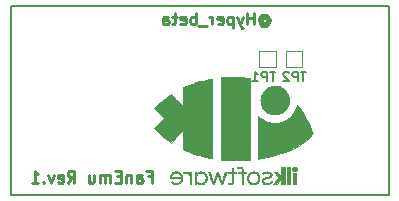
<source format=gbo>
G04 #@! TF.GenerationSoftware,KiCad,Pcbnew,(5.0.0-dirty)*
G04 #@! TF.CreationDate,2020-09-03T12:08:13+09:00*
G04 #@! TF.ProjectId,fake-fan-mk2,66616B652D66616E2D6D6B322E6B6963,rev?*
G04 #@! TF.SameCoordinates,Original*
G04 #@! TF.FileFunction,Legend,Bot*
G04 #@! TF.FilePolarity,Positive*
%FSLAX46Y46*%
G04 Gerber Fmt 4.6, Leading zero omitted, Abs format (unit mm)*
G04 Created by KiCad (PCBNEW (5.0.0-dirty)) date 09/03/20 12:08:13*
%MOMM*%
%LPD*%
G01*
G04 APERTURE LIST*
%ADD10C,0.250000*%
%ADD11C,0.200000*%
%ADD12C,0.010000*%
%ADD13C,0.120000*%
%ADD14C,0.150000*%
G04 APERTURE END LIST*
D10*
X35280952Y-15076190D02*
X35328571Y-15028571D01*
X35423809Y-14980952D01*
X35519047Y-14980952D01*
X35614285Y-15028571D01*
X35661904Y-15076190D01*
X35709523Y-15171428D01*
X35709523Y-15266666D01*
X35661904Y-15361904D01*
X35614285Y-15409523D01*
X35519047Y-15457142D01*
X35423809Y-15457142D01*
X35328571Y-15409523D01*
X35280952Y-15361904D01*
X35280952Y-14980952D02*
X35280952Y-15361904D01*
X35233333Y-15409523D01*
X35185714Y-15409523D01*
X35090476Y-15361904D01*
X35042857Y-15266666D01*
X35042857Y-15028571D01*
X35138095Y-14885714D01*
X35280952Y-14790476D01*
X35471428Y-14742857D01*
X35661904Y-14790476D01*
X35804761Y-14885714D01*
X35900000Y-15028571D01*
X35947619Y-15219047D01*
X35900000Y-15409523D01*
X35804761Y-15552380D01*
X35661904Y-15647619D01*
X35471428Y-15695238D01*
X35280952Y-15647619D01*
X35138095Y-15552380D01*
X34614285Y-15552380D02*
X34614285Y-14552380D01*
X34614285Y-15028571D02*
X34042857Y-15028571D01*
X34042857Y-15552380D02*
X34042857Y-14552380D01*
X33661904Y-14885714D02*
X33423809Y-15552380D01*
X33185714Y-14885714D02*
X33423809Y-15552380D01*
X33519047Y-15790476D01*
X33566666Y-15838095D01*
X33661904Y-15885714D01*
X32804761Y-14885714D02*
X32804761Y-15885714D01*
X32804761Y-14933333D02*
X32709523Y-14885714D01*
X32519047Y-14885714D01*
X32423809Y-14933333D01*
X32376190Y-14980952D01*
X32328571Y-15076190D01*
X32328571Y-15361904D01*
X32376190Y-15457142D01*
X32423809Y-15504761D01*
X32519047Y-15552380D01*
X32709523Y-15552380D01*
X32804761Y-15504761D01*
X31519047Y-15504761D02*
X31614285Y-15552380D01*
X31804761Y-15552380D01*
X31900000Y-15504761D01*
X31947619Y-15409523D01*
X31947619Y-15028571D01*
X31900000Y-14933333D01*
X31804761Y-14885714D01*
X31614285Y-14885714D01*
X31519047Y-14933333D01*
X31471428Y-15028571D01*
X31471428Y-15123809D01*
X31947619Y-15219047D01*
X31042857Y-15552380D02*
X31042857Y-14885714D01*
X31042857Y-15076190D02*
X30995238Y-14980952D01*
X30947619Y-14933333D01*
X30852380Y-14885714D01*
X30757142Y-14885714D01*
X30661904Y-15647619D02*
X29900000Y-15647619D01*
X29661904Y-15552380D02*
X29661904Y-14552380D01*
X29661904Y-14933333D02*
X29566666Y-14885714D01*
X29376190Y-14885714D01*
X29280952Y-14933333D01*
X29233333Y-14980952D01*
X29185714Y-15076190D01*
X29185714Y-15361904D01*
X29233333Y-15457142D01*
X29280952Y-15504761D01*
X29376190Y-15552380D01*
X29566666Y-15552380D01*
X29661904Y-15504761D01*
X28376190Y-15504761D02*
X28471428Y-15552380D01*
X28661904Y-15552380D01*
X28757142Y-15504761D01*
X28804761Y-15409523D01*
X28804761Y-15028571D01*
X28757142Y-14933333D01*
X28661904Y-14885714D01*
X28471428Y-14885714D01*
X28376190Y-14933333D01*
X28328571Y-15028571D01*
X28328571Y-15123809D01*
X28804761Y-15219047D01*
X28042857Y-14885714D02*
X27661904Y-14885714D01*
X27900000Y-14552380D02*
X27900000Y-15409523D01*
X27852380Y-15504761D01*
X27757142Y-15552380D01*
X27661904Y-15552380D01*
X26900000Y-15552380D02*
X26900000Y-15028571D01*
X26947619Y-14933333D01*
X27042857Y-14885714D01*
X27233333Y-14885714D01*
X27328571Y-14933333D01*
X26900000Y-15504761D02*
X26995238Y-15552380D01*
X27233333Y-15552380D01*
X27328571Y-15504761D01*
X27376190Y-15409523D01*
X27376190Y-15314285D01*
X27328571Y-15219047D01*
X27233333Y-15171428D01*
X26995238Y-15171428D01*
X26900000Y-15123809D01*
X25638095Y-28428571D02*
X25971428Y-28428571D01*
X25971428Y-28952380D02*
X25971428Y-27952380D01*
X25495238Y-27952380D01*
X24685714Y-28952380D02*
X24685714Y-28428571D01*
X24733333Y-28333333D01*
X24828571Y-28285714D01*
X25019047Y-28285714D01*
X25114285Y-28333333D01*
X24685714Y-28904761D02*
X24780952Y-28952380D01*
X25019047Y-28952380D01*
X25114285Y-28904761D01*
X25161904Y-28809523D01*
X25161904Y-28714285D01*
X25114285Y-28619047D01*
X25019047Y-28571428D01*
X24780952Y-28571428D01*
X24685714Y-28523809D01*
X24209523Y-28285714D02*
X24209523Y-28952380D01*
X24209523Y-28380952D02*
X24161904Y-28333333D01*
X24066666Y-28285714D01*
X23923809Y-28285714D01*
X23828571Y-28333333D01*
X23780952Y-28428571D01*
X23780952Y-28952380D01*
X23304761Y-28428571D02*
X22971428Y-28428571D01*
X22828571Y-28952380D02*
X23304761Y-28952380D01*
X23304761Y-27952380D01*
X22828571Y-27952380D01*
X22400000Y-28952380D02*
X22400000Y-28285714D01*
X22400000Y-28380952D02*
X22352380Y-28333333D01*
X22257142Y-28285714D01*
X22114285Y-28285714D01*
X22019047Y-28333333D01*
X21971428Y-28428571D01*
X21971428Y-28952380D01*
X21971428Y-28428571D02*
X21923809Y-28333333D01*
X21828571Y-28285714D01*
X21685714Y-28285714D01*
X21590476Y-28333333D01*
X21542857Y-28428571D01*
X21542857Y-28952380D01*
X20638095Y-28285714D02*
X20638095Y-28952380D01*
X21066666Y-28285714D02*
X21066666Y-28809523D01*
X21019047Y-28904761D01*
X20923809Y-28952380D01*
X20780952Y-28952380D01*
X20685714Y-28904761D01*
X20638095Y-28857142D01*
X18828571Y-28952380D02*
X19161904Y-28476190D01*
X19400000Y-28952380D02*
X19400000Y-27952380D01*
X19019047Y-27952380D01*
X18923809Y-28000000D01*
X18876190Y-28047619D01*
X18828571Y-28142857D01*
X18828571Y-28285714D01*
X18876190Y-28380952D01*
X18923809Y-28428571D01*
X19019047Y-28476190D01*
X19400000Y-28476190D01*
X18019047Y-28904761D02*
X18114285Y-28952380D01*
X18304761Y-28952380D01*
X18400000Y-28904761D01*
X18447619Y-28809523D01*
X18447619Y-28428571D01*
X18400000Y-28333333D01*
X18304761Y-28285714D01*
X18114285Y-28285714D01*
X18019047Y-28333333D01*
X17971428Y-28428571D01*
X17971428Y-28523809D01*
X18447619Y-28619047D01*
X17638095Y-28285714D02*
X17400000Y-28952380D01*
X17161904Y-28285714D01*
X16780952Y-28857142D02*
X16733333Y-28904761D01*
X16780952Y-28952380D01*
X16828571Y-28904761D01*
X16780952Y-28857142D01*
X16780952Y-28952380D01*
X15780952Y-28952380D02*
X16352380Y-28952380D01*
X16066666Y-28952380D02*
X16066666Y-27952380D01*
X16161904Y-28095238D01*
X16257142Y-28190476D01*
X16352380Y-28238095D01*
D11*
X14000000Y-30000000D02*
X14000000Y-14000000D01*
X46000000Y-30000000D02*
X14000000Y-30000000D01*
X46000000Y-14000000D02*
X46000000Y-30000000D01*
X14000000Y-14000000D02*
X46000000Y-14000000D01*
D12*
G04 #@! TO.C,G\002A\002A\002A*
G36*
X35622364Y-28008425D02*
X35579163Y-28010427D01*
X35545262Y-28014180D01*
X35516864Y-28020023D01*
X35505100Y-28023353D01*
X35449823Y-28043572D01*
X35394109Y-28069729D01*
X35344544Y-28098527D01*
X35320298Y-28115858D01*
X35287770Y-28141621D01*
X35355054Y-28208905D01*
X35394755Y-28181590D01*
X35425178Y-28162915D01*
X35461856Y-28143498D01*
X35486711Y-28131981D01*
X35507881Y-28123409D01*
X35527004Y-28117359D01*
X35547686Y-28113392D01*
X35573528Y-28111068D01*
X35608134Y-28109945D01*
X35655108Y-28109584D01*
X35670200Y-28109560D01*
X35723889Y-28109854D01*
X35764070Y-28111068D01*
X35794159Y-28113516D01*
X35817572Y-28117513D01*
X35837722Y-28123376D01*
X35843766Y-28125593D01*
X35899202Y-28151051D01*
X35939283Y-28179927D01*
X35965489Y-28213818D01*
X35979302Y-28254321D01*
X35981826Y-28274522D01*
X35980152Y-28321012D01*
X35966433Y-28358008D01*
X35939020Y-28389385D01*
X35929753Y-28396867D01*
X35907912Y-28411111D01*
X35880303Y-28424307D01*
X35844900Y-28437070D01*
X35799678Y-28450014D01*
X35742611Y-28463755D01*
X35671675Y-28478909D01*
X35635931Y-28486106D01*
X35581695Y-28497320D01*
X35530067Y-28508813D01*
X35484539Y-28519746D01*
X35448601Y-28529280D01*
X35425745Y-28536575D01*
X35425418Y-28536703D01*
X35360089Y-28569203D01*
X35309826Y-28609366D01*
X35274493Y-28657400D01*
X35253952Y-28713514D01*
X35248066Y-28777917D01*
X35249548Y-28803604D01*
X35263768Y-28869918D01*
X35292785Y-28929376D01*
X35335599Y-28981222D01*
X35391211Y-29024705D01*
X35458623Y-29059070D01*
X35536834Y-29083562D01*
X35624847Y-29097428D01*
X35640566Y-29098665D01*
X35679580Y-29099821D01*
X35720019Y-29098706D01*
X35746588Y-29096328D01*
X35819352Y-29080442D01*
X35892946Y-29053513D01*
X35963613Y-29017649D01*
X36027596Y-28974959D01*
X36081141Y-28927552D01*
X36111109Y-28891697D01*
X36122499Y-28874352D01*
X36124206Y-28863594D01*
X36116617Y-28852399D01*
X36113483Y-28848897D01*
X36094585Y-28830858D01*
X36075474Y-28815615D01*
X36053182Y-28799725D01*
X35993983Y-28857876D01*
X35930620Y-28910491D01*
X35860199Y-28952022D01*
X35785831Y-28981263D01*
X35710631Y-28997007D01*
X35637712Y-28998050D01*
X35633260Y-28997595D01*
X35578717Y-28987657D01*
X35523046Y-28970684D01*
X35471989Y-28948817D01*
X35431288Y-28924198D01*
X35426582Y-28920522D01*
X35388211Y-28880518D01*
X35363619Y-28835557D01*
X35353190Y-28788265D01*
X35357311Y-28741268D01*
X35376367Y-28697191D01*
X35390928Y-28677847D01*
X35414373Y-28656269D01*
X35445335Y-28637409D01*
X35485818Y-28620525D01*
X35537825Y-28604874D01*
X35603361Y-28589714D01*
X35657501Y-28579155D01*
X35728844Y-28565758D01*
X35786061Y-28554333D01*
X35831750Y-28544202D01*
X35868507Y-28534687D01*
X35898932Y-28525109D01*
X35925623Y-28514790D01*
X35951177Y-28503051D01*
X35953688Y-28501813D01*
X35994657Y-28479437D01*
X36024059Y-28457257D01*
X36046629Y-28430885D01*
X36066393Y-28397300D01*
X36078983Y-28369126D01*
X36085840Y-28341244D01*
X36088503Y-28306365D01*
X36088727Y-28291417D01*
X36082307Y-28226250D01*
X36061925Y-28169846D01*
X36027048Y-28121395D01*
X35977147Y-28080084D01*
X35934416Y-28055684D01*
X35894923Y-28037480D01*
X35858393Y-28024421D01*
X35820614Y-28015720D01*
X35777377Y-28010590D01*
X35724470Y-28008243D01*
X35678666Y-28007833D01*
X35622364Y-28008425D01*
X35622364Y-28008425D01*
G37*
X35622364Y-28008425D02*
X35579163Y-28010427D01*
X35545262Y-28014180D01*
X35516864Y-28020023D01*
X35505100Y-28023353D01*
X35449823Y-28043572D01*
X35394109Y-28069729D01*
X35344544Y-28098527D01*
X35320298Y-28115858D01*
X35287770Y-28141621D01*
X35355054Y-28208905D01*
X35394755Y-28181590D01*
X35425178Y-28162915D01*
X35461856Y-28143498D01*
X35486711Y-28131981D01*
X35507881Y-28123409D01*
X35527004Y-28117359D01*
X35547686Y-28113392D01*
X35573528Y-28111068D01*
X35608134Y-28109945D01*
X35655108Y-28109584D01*
X35670200Y-28109560D01*
X35723889Y-28109854D01*
X35764070Y-28111068D01*
X35794159Y-28113516D01*
X35817572Y-28117513D01*
X35837722Y-28123376D01*
X35843766Y-28125593D01*
X35899202Y-28151051D01*
X35939283Y-28179927D01*
X35965489Y-28213818D01*
X35979302Y-28254321D01*
X35981826Y-28274522D01*
X35980152Y-28321012D01*
X35966433Y-28358008D01*
X35939020Y-28389385D01*
X35929753Y-28396867D01*
X35907912Y-28411111D01*
X35880303Y-28424307D01*
X35844900Y-28437070D01*
X35799678Y-28450014D01*
X35742611Y-28463755D01*
X35671675Y-28478909D01*
X35635931Y-28486106D01*
X35581695Y-28497320D01*
X35530067Y-28508813D01*
X35484539Y-28519746D01*
X35448601Y-28529280D01*
X35425745Y-28536575D01*
X35425418Y-28536703D01*
X35360089Y-28569203D01*
X35309826Y-28609366D01*
X35274493Y-28657400D01*
X35253952Y-28713514D01*
X35248066Y-28777917D01*
X35249548Y-28803604D01*
X35263768Y-28869918D01*
X35292785Y-28929376D01*
X35335599Y-28981222D01*
X35391211Y-29024705D01*
X35458623Y-29059070D01*
X35536834Y-29083562D01*
X35624847Y-29097428D01*
X35640566Y-29098665D01*
X35679580Y-29099821D01*
X35720019Y-29098706D01*
X35746588Y-29096328D01*
X35819352Y-29080442D01*
X35892946Y-29053513D01*
X35963613Y-29017649D01*
X36027596Y-28974959D01*
X36081141Y-28927552D01*
X36111109Y-28891697D01*
X36122499Y-28874352D01*
X36124206Y-28863594D01*
X36116617Y-28852399D01*
X36113483Y-28848897D01*
X36094585Y-28830858D01*
X36075474Y-28815615D01*
X36053182Y-28799725D01*
X35993983Y-28857876D01*
X35930620Y-28910491D01*
X35860199Y-28952022D01*
X35785831Y-28981263D01*
X35710631Y-28997007D01*
X35637712Y-28998050D01*
X35633260Y-28997595D01*
X35578717Y-28987657D01*
X35523046Y-28970684D01*
X35471989Y-28948817D01*
X35431288Y-28924198D01*
X35426582Y-28920522D01*
X35388211Y-28880518D01*
X35363619Y-28835557D01*
X35353190Y-28788265D01*
X35357311Y-28741268D01*
X35376367Y-28697191D01*
X35390928Y-28677847D01*
X35414373Y-28656269D01*
X35445335Y-28637409D01*
X35485818Y-28620525D01*
X35537825Y-28604874D01*
X35603361Y-28589714D01*
X35657501Y-28579155D01*
X35728844Y-28565758D01*
X35786061Y-28554333D01*
X35831750Y-28544202D01*
X35868507Y-28534687D01*
X35898932Y-28525109D01*
X35925623Y-28514790D01*
X35951177Y-28503051D01*
X35953688Y-28501813D01*
X35994657Y-28479437D01*
X36024059Y-28457257D01*
X36046629Y-28430885D01*
X36066393Y-28397300D01*
X36078983Y-28369126D01*
X36085840Y-28341244D01*
X36088503Y-28306365D01*
X36088727Y-28291417D01*
X36082307Y-28226250D01*
X36061925Y-28169846D01*
X36027048Y-28121395D01*
X35977147Y-28080084D01*
X35934416Y-28055684D01*
X35894923Y-28037480D01*
X35858393Y-28024421D01*
X35820614Y-28015720D01*
X35777377Y-28010590D01*
X35724470Y-28008243D01*
X35678666Y-28007833D01*
X35622364Y-28008425D01*
G36*
X30041294Y-28007872D02*
X29956674Y-28023837D01*
X29875754Y-28053668D01*
X29801297Y-28096130D01*
X29736064Y-28149986D01*
X29691442Y-28201720D01*
X29667333Y-28234740D01*
X29667333Y-28020533D01*
X29565733Y-28020533D01*
X29565733Y-29087333D01*
X29667333Y-29087333D01*
X29667869Y-28846033D01*
X29685856Y-28871433D01*
X29699664Y-28888335D01*
X29722047Y-28912965D01*
X29749333Y-28941357D01*
X29765879Y-28957905D01*
X29829859Y-29011603D01*
X29900302Y-29054221D01*
X29973414Y-29083732D01*
X30022933Y-29095313D01*
X30054428Y-29100077D01*
X30078394Y-29102392D01*
X30101068Y-29102259D01*
X30128687Y-29099675D01*
X30162633Y-29095294D01*
X30246444Y-29075735D01*
X30325660Y-29041146D01*
X30398637Y-28993169D01*
X30463730Y-28933450D01*
X30519294Y-28863631D01*
X30563682Y-28785356D01*
X30595251Y-28700269D01*
X30606427Y-28651861D01*
X30616487Y-28554407D01*
X30614050Y-28511261D01*
X30505175Y-28511261D01*
X30504560Y-28570943D01*
X30499211Y-28628164D01*
X30490138Y-28673318D01*
X30461343Y-28749925D01*
X30420302Y-28819577D01*
X30368993Y-28880176D01*
X30309394Y-28929622D01*
X30243482Y-28965818D01*
X30200528Y-28980627D01*
X30150319Y-28989585D01*
X30091596Y-28993097D01*
X30031885Y-28991145D01*
X29978711Y-28983709D01*
X29968196Y-28981221D01*
X29893965Y-28953580D01*
X29828240Y-28912554D01*
X29771961Y-28859908D01*
X29726067Y-28797405D01*
X29691499Y-28726811D01*
X29669195Y-28649889D01*
X29660096Y-28568404D01*
X29665141Y-28484119D01*
X29675614Y-28431890D01*
X29703902Y-28350562D01*
X29744082Y-28279145D01*
X29795005Y-28218936D01*
X29855519Y-28171234D01*
X29924472Y-28137335D01*
X29942140Y-28131400D01*
X30028492Y-28112636D01*
X30112411Y-28109350D01*
X30192365Y-28120768D01*
X30266820Y-28146115D01*
X30334242Y-28184616D01*
X30393099Y-28235495D01*
X30441858Y-28297976D01*
X30478984Y-28371286D01*
X30492025Y-28409420D01*
X30501011Y-28455344D01*
X30505175Y-28511261D01*
X30614050Y-28511261D01*
X30611150Y-28459935D01*
X30591050Y-28370011D01*
X30556820Y-28286199D01*
X30509094Y-28210068D01*
X30448506Y-28143181D01*
X30378579Y-28088960D01*
X30314420Y-28055027D01*
X30240377Y-28028456D01*
X30162631Y-28011257D01*
X30126851Y-28007007D01*
X30041294Y-28007872D01*
X30041294Y-28007872D01*
G37*
X30041294Y-28007872D02*
X29956674Y-28023837D01*
X29875754Y-28053668D01*
X29801297Y-28096130D01*
X29736064Y-28149986D01*
X29691442Y-28201720D01*
X29667333Y-28234740D01*
X29667333Y-28020533D01*
X29565733Y-28020533D01*
X29565733Y-29087333D01*
X29667333Y-29087333D01*
X29667869Y-28846033D01*
X29685856Y-28871433D01*
X29699664Y-28888335D01*
X29722047Y-28912965D01*
X29749333Y-28941357D01*
X29765879Y-28957905D01*
X29829859Y-29011603D01*
X29900302Y-29054221D01*
X29973414Y-29083732D01*
X30022933Y-29095313D01*
X30054428Y-29100077D01*
X30078394Y-29102392D01*
X30101068Y-29102259D01*
X30128687Y-29099675D01*
X30162633Y-29095294D01*
X30246444Y-29075735D01*
X30325660Y-29041146D01*
X30398637Y-28993169D01*
X30463730Y-28933450D01*
X30519294Y-28863631D01*
X30563682Y-28785356D01*
X30595251Y-28700269D01*
X30606427Y-28651861D01*
X30616487Y-28554407D01*
X30614050Y-28511261D01*
X30505175Y-28511261D01*
X30504560Y-28570943D01*
X30499211Y-28628164D01*
X30490138Y-28673318D01*
X30461343Y-28749925D01*
X30420302Y-28819577D01*
X30368993Y-28880176D01*
X30309394Y-28929622D01*
X30243482Y-28965818D01*
X30200528Y-28980627D01*
X30150319Y-28989585D01*
X30091596Y-28993097D01*
X30031885Y-28991145D01*
X29978711Y-28983709D01*
X29968196Y-28981221D01*
X29893965Y-28953580D01*
X29828240Y-28912554D01*
X29771961Y-28859908D01*
X29726067Y-28797405D01*
X29691499Y-28726811D01*
X29669195Y-28649889D01*
X29660096Y-28568404D01*
X29665141Y-28484119D01*
X29675614Y-28431890D01*
X29703902Y-28350562D01*
X29744082Y-28279145D01*
X29795005Y-28218936D01*
X29855519Y-28171234D01*
X29924472Y-28137335D01*
X29942140Y-28131400D01*
X30028492Y-28112636D01*
X30112411Y-28109350D01*
X30192365Y-28120768D01*
X30266820Y-28146115D01*
X30334242Y-28184616D01*
X30393099Y-28235495D01*
X30441858Y-28297976D01*
X30478984Y-28371286D01*
X30492025Y-28409420D01*
X30501011Y-28455344D01*
X30505175Y-28511261D01*
X30614050Y-28511261D01*
X30611150Y-28459935D01*
X30591050Y-28370011D01*
X30556820Y-28286199D01*
X30509094Y-28210068D01*
X30448506Y-28143181D01*
X30378579Y-28088960D01*
X30314420Y-28055027D01*
X30240377Y-28028456D01*
X30162631Y-28011257D01*
X30126851Y-28007007D01*
X30041294Y-28007872D01*
G36*
X34445522Y-28010625D02*
X34356600Y-28031778D01*
X34276079Y-28067385D01*
X34203433Y-28117650D01*
X34170939Y-28147307D01*
X34111616Y-28216514D01*
X34067030Y-28292254D01*
X34036739Y-28375655D01*
X34020301Y-28467846D01*
X34016795Y-28541233D01*
X34024255Y-28642860D01*
X34046345Y-28737625D01*
X34082630Y-28824509D01*
X34132676Y-28902498D01*
X34196050Y-28970573D01*
X34202754Y-28976493D01*
X34240700Y-29004405D01*
X34288782Y-29032561D01*
X34340911Y-29057929D01*
X34390999Y-29077479D01*
X34423900Y-29086570D01*
X34481803Y-29094096D01*
X34547533Y-29095605D01*
X34614089Y-29091369D01*
X34674467Y-29081661D01*
X34696533Y-29075948D01*
X34752627Y-29056262D01*
X34801331Y-29031825D01*
X34847545Y-28999592D01*
X34896166Y-28956519D01*
X34909117Y-28943855D01*
X34945149Y-28905959D01*
X34972059Y-28871712D01*
X34994427Y-28834814D01*
X35007981Y-28807933D01*
X35028961Y-28762527D01*
X35044020Y-28724601D01*
X35054116Y-28689543D01*
X35060203Y-28652745D01*
X35063239Y-28609598D01*
X35064180Y-28555492D01*
X35064198Y-28537000D01*
X35064132Y-28527116D01*
X34965564Y-28527116D01*
X34960901Y-28609265D01*
X34942742Y-28688360D01*
X34912185Y-28762446D01*
X34870330Y-28829572D01*
X34818276Y-28887782D01*
X34757122Y-28935124D01*
X34687967Y-28969644D01*
X34653499Y-28980753D01*
X34602845Y-28989885D01*
X34545429Y-28993158D01*
X34488475Y-28990579D01*
X34439208Y-28982156D01*
X34433486Y-28980555D01*
X34365793Y-28955144D01*
X34307470Y-28920624D01*
X34252368Y-28873322D01*
X34249804Y-28870771D01*
X34195725Y-28805053D01*
X34156120Y-28730711D01*
X34131164Y-28648198D01*
X34121035Y-28557965D01*
X34120799Y-28541233D01*
X34128253Y-28450542D01*
X34150483Y-28367855D01*
X34187293Y-28293549D01*
X34238490Y-28228005D01*
X34303876Y-28171601D01*
X34315811Y-28163336D01*
X34370123Y-28135399D01*
X34434804Y-28115852D01*
X34505230Y-28105213D01*
X34576777Y-28104001D01*
X34644822Y-28112733D01*
X34680581Y-28122463D01*
X34756294Y-28156468D01*
X34821718Y-28203577D01*
X34876082Y-28262890D01*
X34918616Y-28333507D01*
X34948549Y-28414525D01*
X34955631Y-28443866D01*
X34965564Y-28527116D01*
X35064132Y-28527116D01*
X35063862Y-28486863D01*
X35062657Y-28449499D01*
X35060077Y-28420751D01*
X35055618Y-28396463D01*
X35048776Y-28372477D01*
X35041758Y-28352133D01*
X35010486Y-28278905D01*
X34971876Y-28216260D01*
X34922025Y-28158201D01*
X34903873Y-28140382D01*
X34836052Y-28085342D01*
X34763272Y-28045017D01*
X34683587Y-28018668D01*
X34595050Y-28005558D01*
X34543371Y-28003725D01*
X34445522Y-28010625D01*
X34445522Y-28010625D01*
G37*
X34445522Y-28010625D02*
X34356600Y-28031778D01*
X34276079Y-28067385D01*
X34203433Y-28117650D01*
X34170939Y-28147307D01*
X34111616Y-28216514D01*
X34067030Y-28292254D01*
X34036739Y-28375655D01*
X34020301Y-28467846D01*
X34016795Y-28541233D01*
X34024255Y-28642860D01*
X34046345Y-28737625D01*
X34082630Y-28824509D01*
X34132676Y-28902498D01*
X34196050Y-28970573D01*
X34202754Y-28976493D01*
X34240700Y-29004405D01*
X34288782Y-29032561D01*
X34340911Y-29057929D01*
X34390999Y-29077479D01*
X34423900Y-29086570D01*
X34481803Y-29094096D01*
X34547533Y-29095605D01*
X34614089Y-29091369D01*
X34674467Y-29081661D01*
X34696533Y-29075948D01*
X34752627Y-29056262D01*
X34801331Y-29031825D01*
X34847545Y-28999592D01*
X34896166Y-28956519D01*
X34909117Y-28943855D01*
X34945149Y-28905959D01*
X34972059Y-28871712D01*
X34994427Y-28834814D01*
X35007981Y-28807933D01*
X35028961Y-28762527D01*
X35044020Y-28724601D01*
X35054116Y-28689543D01*
X35060203Y-28652745D01*
X35063239Y-28609598D01*
X35064180Y-28555492D01*
X35064198Y-28537000D01*
X35064132Y-28527116D01*
X34965564Y-28527116D01*
X34960901Y-28609265D01*
X34942742Y-28688360D01*
X34912185Y-28762446D01*
X34870330Y-28829572D01*
X34818276Y-28887782D01*
X34757122Y-28935124D01*
X34687967Y-28969644D01*
X34653499Y-28980753D01*
X34602845Y-28989885D01*
X34545429Y-28993158D01*
X34488475Y-28990579D01*
X34439208Y-28982156D01*
X34433486Y-28980555D01*
X34365793Y-28955144D01*
X34307470Y-28920624D01*
X34252368Y-28873322D01*
X34249804Y-28870771D01*
X34195725Y-28805053D01*
X34156120Y-28730711D01*
X34131164Y-28648198D01*
X34121035Y-28557965D01*
X34120799Y-28541233D01*
X34128253Y-28450542D01*
X34150483Y-28367855D01*
X34187293Y-28293549D01*
X34238490Y-28228005D01*
X34303876Y-28171601D01*
X34315811Y-28163336D01*
X34370123Y-28135399D01*
X34434804Y-28115852D01*
X34505230Y-28105213D01*
X34576777Y-28104001D01*
X34644822Y-28112733D01*
X34680581Y-28122463D01*
X34756294Y-28156468D01*
X34821718Y-28203577D01*
X34876082Y-28262890D01*
X34918616Y-28333507D01*
X34948549Y-28414525D01*
X34955631Y-28443866D01*
X34965564Y-28527116D01*
X35064132Y-28527116D01*
X35063862Y-28486863D01*
X35062657Y-28449499D01*
X35060077Y-28420751D01*
X35055618Y-28396463D01*
X35048776Y-28372477D01*
X35041758Y-28352133D01*
X35010486Y-28278905D01*
X34971876Y-28216260D01*
X34922025Y-28158201D01*
X34903873Y-28140382D01*
X34836052Y-28085342D01*
X34763272Y-28045017D01*
X34683587Y-28018668D01*
X34595050Y-28005558D01*
X34543371Y-28003725D01*
X34445522Y-28010625D01*
G36*
X32749200Y-28020533D02*
X32402066Y-28020533D01*
X32402066Y-28105199D01*
X32749200Y-28105199D01*
X32749200Y-28451177D01*
X32748985Y-28533578D01*
X32748370Y-28610207D01*
X32747393Y-28679220D01*
X32746097Y-28738771D01*
X32744521Y-28787015D01*
X32742706Y-28822106D01*
X32740692Y-28842200D01*
X32740590Y-28842761D01*
X32725071Y-28893565D01*
X32700205Y-28937269D01*
X32668478Y-28970008D01*
X32652102Y-28980405D01*
X32612349Y-28993425D01*
X32563272Y-28998069D01*
X32510248Y-28994364D01*
X32458654Y-28982337D01*
X32450144Y-28979368D01*
X32400855Y-28961189D01*
X32384713Y-28996744D01*
X32374960Y-29019870D01*
X32369112Y-29036897D01*
X32368385Y-29040809D01*
X32375570Y-29047960D01*
X32394580Y-29058506D01*
X32421116Y-29070089D01*
X32455557Y-29081564D01*
X32491836Y-29088764D01*
X32536152Y-29092754D01*
X32558700Y-29093730D01*
X32599141Y-29094669D01*
X32627842Y-29093726D01*
X32649960Y-29090144D01*
X32670651Y-29083169D01*
X32689933Y-29074499D01*
X32742680Y-29043445D01*
X32783001Y-29004976D01*
X32813747Y-28955825D01*
X32831363Y-28912550D01*
X32834799Y-28900749D01*
X32837687Y-28885960D01*
X32840091Y-28866602D01*
X32842076Y-28841097D01*
X32843706Y-28807862D01*
X32845044Y-28765319D01*
X32846157Y-28711888D01*
X32847107Y-28645988D01*
X32847960Y-28566039D01*
X32848636Y-28488316D01*
X32851747Y-28105199D01*
X33070933Y-28105199D01*
X33070933Y-28020533D01*
X32850800Y-28020533D01*
X32850800Y-27717948D01*
X32819050Y-27712700D01*
X32792518Y-27709125D01*
X32770038Y-27707388D01*
X32768250Y-27707359D01*
X32749200Y-27707266D01*
X32749200Y-28020533D01*
X32749200Y-28020533D01*
G37*
X32749200Y-28020533D02*
X32402066Y-28020533D01*
X32402066Y-28105199D01*
X32749200Y-28105199D01*
X32749200Y-28451177D01*
X32748985Y-28533578D01*
X32748370Y-28610207D01*
X32747393Y-28679220D01*
X32746097Y-28738771D01*
X32744521Y-28787015D01*
X32742706Y-28822106D01*
X32740692Y-28842200D01*
X32740590Y-28842761D01*
X32725071Y-28893565D01*
X32700205Y-28937269D01*
X32668478Y-28970008D01*
X32652102Y-28980405D01*
X32612349Y-28993425D01*
X32563272Y-28998069D01*
X32510248Y-28994364D01*
X32458654Y-28982337D01*
X32450144Y-28979368D01*
X32400855Y-28961189D01*
X32384713Y-28996744D01*
X32374960Y-29019870D01*
X32369112Y-29036897D01*
X32368385Y-29040809D01*
X32375570Y-29047960D01*
X32394580Y-29058506D01*
X32421116Y-29070089D01*
X32455557Y-29081564D01*
X32491836Y-29088764D01*
X32536152Y-29092754D01*
X32558700Y-29093730D01*
X32599141Y-29094669D01*
X32627842Y-29093726D01*
X32649960Y-29090144D01*
X32670651Y-29083169D01*
X32689933Y-29074499D01*
X32742680Y-29043445D01*
X32783001Y-29004976D01*
X32813747Y-28955825D01*
X32831363Y-28912550D01*
X32834799Y-28900749D01*
X32837687Y-28885960D01*
X32840091Y-28866602D01*
X32842076Y-28841097D01*
X32843706Y-28807862D01*
X32845044Y-28765319D01*
X32846157Y-28711888D01*
X32847107Y-28645988D01*
X32847960Y-28566039D01*
X32848636Y-28488316D01*
X32851747Y-28105199D01*
X33070933Y-28105199D01*
X33070933Y-28020533D01*
X32850800Y-28020533D01*
X32850800Y-27717948D01*
X32819050Y-27712700D01*
X32792518Y-27709125D01*
X32770038Y-27707388D01*
X32768250Y-27707359D01*
X32749200Y-27707266D01*
X32749200Y-28020533D01*
G36*
X27856904Y-28018112D02*
X27769214Y-28043603D01*
X27691505Y-28081922D01*
X27624478Y-28132637D01*
X27568832Y-28195311D01*
X27525269Y-28269511D01*
X27523704Y-28272894D01*
X27506572Y-28319273D01*
X27492389Y-28374634D01*
X27482167Y-28433050D01*
X27476917Y-28488598D01*
X27477652Y-28535351D01*
X27478141Y-28539694D01*
X27484151Y-28587800D01*
X28415755Y-28587800D01*
X28409884Y-28623783D01*
X28397848Y-28672168D01*
X28377851Y-28726287D01*
X28352946Y-28779011D01*
X28326188Y-28823211D01*
X28322026Y-28828900D01*
X28283094Y-28871432D01*
X28233420Y-28912454D01*
X28178949Y-28947586D01*
X28128799Y-28971283D01*
X28071948Y-28985623D01*
X28006666Y-28990730D01*
X27938637Y-28986728D01*
X27873541Y-28973741D01*
X27846999Y-28965103D01*
X27796607Y-28943050D01*
X27745424Y-28914989D01*
X27698303Y-28883976D01*
X27660095Y-28853067D01*
X27645510Y-28838220D01*
X27620349Y-28809564D01*
X27542849Y-28873606D01*
X27595690Y-28924347D01*
X27666960Y-28984659D01*
X27742846Y-29031903D01*
X27810810Y-29062833D01*
X27842281Y-29074525D01*
X27869893Y-29082388D01*
X27898950Y-29087353D01*
X27934754Y-29090347D01*
X27978233Y-29092161D01*
X28046402Y-29092550D01*
X28098728Y-29088820D01*
X28124562Y-29084072D01*
X28204647Y-29055466D01*
X28281213Y-29012069D01*
X28350564Y-28956024D01*
X28357675Y-28949098D01*
X28419575Y-28876574D01*
X28466448Y-28796667D01*
X28498444Y-28708993D01*
X28515717Y-28613170D01*
X28519129Y-28541233D01*
X28516154Y-28494666D01*
X28416151Y-28494666D01*
X27574115Y-28494666D01*
X27580078Y-28445983D01*
X27595425Y-28372467D01*
X27621950Y-28304161D01*
X27657950Y-28244371D01*
X27701718Y-28196409D01*
X27713746Y-28186600D01*
X27776687Y-28148273D01*
X27849404Y-28120342D01*
X27927551Y-28103857D01*
X28006785Y-28099870D01*
X28054597Y-28104143D01*
X28137943Y-28124328D01*
X28211827Y-28158329D01*
X28275633Y-28205522D01*
X28328744Y-28265285D01*
X28370546Y-28336994D01*
X28400422Y-28420026D01*
X28410424Y-28464141D01*
X28416151Y-28494666D01*
X28516154Y-28494666D01*
X28513077Y-28446510D01*
X28494647Y-28361975D01*
X28462929Y-28285354D01*
X28417012Y-28214376D01*
X28364442Y-28155082D01*
X28295027Y-28095620D01*
X28220561Y-28051459D01*
X28139701Y-28022112D01*
X28051106Y-28007091D01*
X27953876Y-28005885D01*
X27856904Y-28018112D01*
X27856904Y-28018112D01*
G37*
X27856904Y-28018112D02*
X27769214Y-28043603D01*
X27691505Y-28081922D01*
X27624478Y-28132637D01*
X27568832Y-28195311D01*
X27525269Y-28269511D01*
X27523704Y-28272894D01*
X27506572Y-28319273D01*
X27492389Y-28374634D01*
X27482167Y-28433050D01*
X27476917Y-28488598D01*
X27477652Y-28535351D01*
X27478141Y-28539694D01*
X27484151Y-28587800D01*
X28415755Y-28587800D01*
X28409884Y-28623783D01*
X28397848Y-28672168D01*
X28377851Y-28726287D01*
X28352946Y-28779011D01*
X28326188Y-28823211D01*
X28322026Y-28828900D01*
X28283094Y-28871432D01*
X28233420Y-28912454D01*
X28178949Y-28947586D01*
X28128799Y-28971283D01*
X28071948Y-28985623D01*
X28006666Y-28990730D01*
X27938637Y-28986728D01*
X27873541Y-28973741D01*
X27846999Y-28965103D01*
X27796607Y-28943050D01*
X27745424Y-28914989D01*
X27698303Y-28883976D01*
X27660095Y-28853067D01*
X27645510Y-28838220D01*
X27620349Y-28809564D01*
X27542849Y-28873606D01*
X27595690Y-28924347D01*
X27666960Y-28984659D01*
X27742846Y-29031903D01*
X27810810Y-29062833D01*
X27842281Y-29074525D01*
X27869893Y-29082388D01*
X27898950Y-29087353D01*
X27934754Y-29090347D01*
X27978233Y-29092161D01*
X28046402Y-29092550D01*
X28098728Y-29088820D01*
X28124562Y-29084072D01*
X28204647Y-29055466D01*
X28281213Y-29012069D01*
X28350564Y-28956024D01*
X28357675Y-28949098D01*
X28419575Y-28876574D01*
X28466448Y-28796667D01*
X28498444Y-28708993D01*
X28515717Y-28613170D01*
X28519129Y-28541233D01*
X28516154Y-28494666D01*
X28416151Y-28494666D01*
X27574115Y-28494666D01*
X27580078Y-28445983D01*
X27595425Y-28372467D01*
X27621950Y-28304161D01*
X27657950Y-28244371D01*
X27701718Y-28196409D01*
X27713746Y-28186600D01*
X27776687Y-28148273D01*
X27849404Y-28120342D01*
X27927551Y-28103857D01*
X28006785Y-28099870D01*
X28054597Y-28104143D01*
X28137943Y-28124328D01*
X28211827Y-28158329D01*
X28275633Y-28205522D01*
X28328744Y-28265285D01*
X28370546Y-28336994D01*
X28400422Y-28420026D01*
X28410424Y-28464141D01*
X28416151Y-28494666D01*
X28516154Y-28494666D01*
X28513077Y-28446510D01*
X28494647Y-28361975D01*
X28462929Y-28285354D01*
X28417012Y-28214376D01*
X28364442Y-28155082D01*
X28295027Y-28095620D01*
X28220561Y-28051459D01*
X28139701Y-28022112D01*
X28051106Y-28007091D01*
X27953876Y-28005885D01*
X27856904Y-28018112D01*
G36*
X37880000Y-29087333D02*
X38142466Y-29087333D01*
X38142466Y-28147533D01*
X37880000Y-28147533D01*
X37880000Y-29087333D01*
X37880000Y-29087333D01*
G37*
X37880000Y-29087333D02*
X38142466Y-29087333D01*
X38142466Y-28147533D01*
X37880000Y-28147533D01*
X37880000Y-29087333D01*
G36*
X37397399Y-29087333D02*
X37659866Y-29087333D01*
X37659866Y-27588733D01*
X37397399Y-27588733D01*
X37397399Y-29087333D01*
X37397399Y-29087333D01*
G37*
X37397399Y-29087333D02*
X37659866Y-29087333D01*
X37659866Y-27588733D01*
X37397399Y-27588733D01*
X37397399Y-29087333D01*
G36*
X36921229Y-28006443D02*
X36919033Y-28424153D01*
X36750302Y-28222343D01*
X36581570Y-28020533D01*
X36426452Y-28020533D01*
X36362688Y-28021014D01*
X36315760Y-28022461D01*
X36285597Y-28024878D01*
X36272129Y-28028269D01*
X36271333Y-28029517D01*
X36276794Y-28037668D01*
X36292341Y-28056940D01*
X36316721Y-28085877D01*
X36348683Y-28123024D01*
X36386973Y-28166925D01*
X36430338Y-28216125D01*
X36477525Y-28269167D01*
X36479470Y-28271343D01*
X36526647Y-28324502D01*
X36569860Y-28373933D01*
X36607885Y-28418179D01*
X36639496Y-28455780D01*
X36663466Y-28485277D01*
X36678570Y-28505212D01*
X36683583Y-28514124D01*
X36683552Y-28514242D01*
X36677293Y-28522602D01*
X36661083Y-28542343D01*
X36636097Y-28572084D01*
X36603512Y-28610444D01*
X36564502Y-28656042D01*
X36520246Y-28707494D01*
X36471918Y-28763420D01*
X36445781Y-28793566D01*
X36395922Y-28851292D01*
X36349698Y-28905354D01*
X36308265Y-28954361D01*
X36272778Y-28996921D01*
X36244391Y-29031644D01*
X36224259Y-29057138D01*
X36213539Y-29072012D01*
X36212066Y-29075083D01*
X36214478Y-29079494D01*
X36223118Y-29082735D01*
X36240091Y-29084974D01*
X36267501Y-29086376D01*
X36307454Y-29087106D01*
X36362054Y-29087332D01*
X36367412Y-29087333D01*
X36522757Y-29087333D01*
X36720895Y-28845556D01*
X36919033Y-28603780D01*
X36921279Y-28845556D01*
X36923526Y-29087333D01*
X37185733Y-29087333D01*
X37185733Y-27588733D01*
X36923424Y-27588733D01*
X36921229Y-28006443D01*
X36921229Y-28006443D01*
G37*
X36921229Y-28006443D02*
X36919033Y-28424153D01*
X36750302Y-28222343D01*
X36581570Y-28020533D01*
X36426452Y-28020533D01*
X36362688Y-28021014D01*
X36315760Y-28022461D01*
X36285597Y-28024878D01*
X36272129Y-28028269D01*
X36271333Y-28029517D01*
X36276794Y-28037668D01*
X36292341Y-28056940D01*
X36316721Y-28085877D01*
X36348683Y-28123024D01*
X36386973Y-28166925D01*
X36430338Y-28216125D01*
X36477525Y-28269167D01*
X36479470Y-28271343D01*
X36526647Y-28324502D01*
X36569860Y-28373933D01*
X36607885Y-28418179D01*
X36639496Y-28455780D01*
X36663466Y-28485277D01*
X36678570Y-28505212D01*
X36683583Y-28514124D01*
X36683552Y-28514242D01*
X36677293Y-28522602D01*
X36661083Y-28542343D01*
X36636097Y-28572084D01*
X36603512Y-28610444D01*
X36564502Y-28656042D01*
X36520246Y-28707494D01*
X36471918Y-28763420D01*
X36445781Y-28793566D01*
X36395922Y-28851292D01*
X36349698Y-28905354D01*
X36308265Y-28954361D01*
X36272778Y-28996921D01*
X36244391Y-29031644D01*
X36224259Y-29057138D01*
X36213539Y-29072012D01*
X36212066Y-29075083D01*
X36214478Y-29079494D01*
X36223118Y-29082735D01*
X36240091Y-29084974D01*
X36267501Y-29086376D01*
X36307454Y-29087106D01*
X36362054Y-29087332D01*
X36367412Y-29087333D01*
X36522757Y-29087333D01*
X36720895Y-28845556D01*
X36919033Y-28603780D01*
X36921279Y-28845556D01*
X36923526Y-29087333D01*
X37185733Y-29087333D01*
X37185733Y-27588733D01*
X36923424Y-27588733D01*
X36921229Y-28006443D01*
G36*
X33363033Y-27584867D02*
X33289276Y-27591070D01*
X33226139Y-27608691D01*
X33174849Y-27637382D01*
X33173439Y-27638462D01*
X33153179Y-27654131D01*
X33179456Y-27692323D01*
X33205732Y-27730514D01*
X33250516Y-27708741D01*
X33293848Y-27693299D01*
X33343347Y-27684390D01*
X33392369Y-27682671D01*
X33434270Y-27688799D01*
X33438675Y-27690149D01*
X33485014Y-27713823D01*
X33521314Y-27750979D01*
X33547604Y-27801675D01*
X33563912Y-27865970D01*
X33570269Y-27943923D01*
X33570366Y-27954916D01*
X33570466Y-28028999D01*
X33231799Y-28028999D01*
X33231799Y-28122133D01*
X33570466Y-28122133D01*
X33570466Y-29087333D01*
X33672066Y-29087333D01*
X33672066Y-28122133D01*
X33883733Y-28122133D01*
X33883733Y-28028999D01*
X33672066Y-28028999D01*
X33672066Y-27948121D01*
X33666734Y-27858738D01*
X33650845Y-27781442D01*
X33624561Y-27716667D01*
X33588044Y-27664844D01*
X33555437Y-27635745D01*
X33516017Y-27611532D01*
X33474180Y-27595784D01*
X33425364Y-27587296D01*
X33365008Y-27584859D01*
X33363033Y-27584867D01*
X33363033Y-27584867D01*
G37*
X33363033Y-27584867D02*
X33289276Y-27591070D01*
X33226139Y-27608691D01*
X33174849Y-27637382D01*
X33173439Y-27638462D01*
X33153179Y-27654131D01*
X33179456Y-27692323D01*
X33205732Y-27730514D01*
X33250516Y-27708741D01*
X33293848Y-27693299D01*
X33343347Y-27684390D01*
X33392369Y-27682671D01*
X33434270Y-27688799D01*
X33438675Y-27690149D01*
X33485014Y-27713823D01*
X33521314Y-27750979D01*
X33547604Y-27801675D01*
X33563912Y-27865970D01*
X33570269Y-27943923D01*
X33570366Y-27954916D01*
X33570466Y-28028999D01*
X33231799Y-28028999D01*
X33231799Y-28122133D01*
X33570466Y-28122133D01*
X33570466Y-29087333D01*
X33672066Y-29087333D01*
X33672066Y-28122133D01*
X33883733Y-28122133D01*
X33883733Y-28028999D01*
X33672066Y-28028999D01*
X33672066Y-27948121D01*
X33666734Y-27858738D01*
X33650845Y-27781442D01*
X33624561Y-27716667D01*
X33588044Y-27664844D01*
X33555437Y-27635745D01*
X33516017Y-27611532D01*
X33474180Y-27595784D01*
X33425364Y-27587296D01*
X33365008Y-27584859D01*
X33363033Y-27584867D01*
G36*
X31309016Y-28481527D02*
X31280456Y-28565974D01*
X31253439Y-28645438D01*
X31228455Y-28718500D01*
X31205996Y-28783743D01*
X31186555Y-28839752D01*
X31170622Y-28885108D01*
X31158688Y-28918394D01*
X31151246Y-28938194D01*
X31148845Y-28943373D01*
X31145031Y-28935714D01*
X31136842Y-28914278D01*
X31125107Y-28881404D01*
X31110653Y-28839429D01*
X31094309Y-28790692D01*
X31088124Y-28771950D01*
X31071373Y-28720995D01*
X31050478Y-28657482D01*
X31026600Y-28584935D01*
X31000899Y-28506877D01*
X30974534Y-28426831D01*
X30948667Y-28348321D01*
X30936207Y-28310516D01*
X30840621Y-28020533D01*
X30782238Y-28020533D01*
X30749924Y-28021414D01*
X30732329Y-28024335D01*
X30727318Y-28029709D01*
X30727639Y-28031116D01*
X30731000Y-28040752D01*
X30739436Y-28065027D01*
X30752474Y-28102578D01*
X30769643Y-28152047D01*
X30790470Y-28212071D01*
X30814483Y-28281290D01*
X30841210Y-28358343D01*
X30870179Y-28441870D01*
X30900917Y-28530509D01*
X30912695Y-28564475D01*
X31093966Y-29087250D01*
X31150320Y-29087292D01*
X31206674Y-29087333D01*
X31219169Y-29051350D01*
X31225434Y-29033351D01*
X31236342Y-29002059D01*
X31250952Y-28960167D01*
X31268326Y-28910370D01*
X31287523Y-28855360D01*
X31301123Y-28816400D01*
X31325606Y-28745346D01*
X31352905Y-28664579D01*
X31380950Y-28580325D01*
X31407670Y-28498812D01*
X31430993Y-28426265D01*
X31433463Y-28418466D01*
X31450916Y-28363244D01*
X31466683Y-28313358D01*
X31480044Y-28271088D01*
X31490279Y-28238709D01*
X31496669Y-28218501D01*
X31498503Y-28212707D01*
X31501549Y-28218219D01*
X31508761Y-28237586D01*
X31519343Y-28268475D01*
X31532496Y-28308550D01*
X31547424Y-28355478D01*
X31549114Y-28360874D01*
X31564010Y-28407522D01*
X31583423Y-28466796D01*
X31606232Y-28535355D01*
X31631315Y-28609860D01*
X31657550Y-28686969D01*
X31683816Y-28763341D01*
X31697089Y-28801583D01*
X31796611Y-29087333D01*
X31854071Y-29087333D01*
X31890958Y-29085695D01*
X31911283Y-29080784D01*
X31915368Y-29076750D01*
X31918769Y-29067015D01*
X31927209Y-29042725D01*
X31940185Y-29005328D01*
X31957195Y-28956269D01*
X31977738Y-28896997D01*
X32001313Y-28828957D01*
X32027418Y-28753597D01*
X32055552Y-28672364D01*
X32080436Y-28600500D01*
X32110506Y-28513699D01*
X32139472Y-28430179D01*
X32166761Y-28351582D01*
X32191801Y-28279553D01*
X32214020Y-28215735D01*
X32232846Y-28161770D01*
X32247707Y-28119304D01*
X32258031Y-28089978D01*
X32262421Y-28077683D01*
X32283174Y-28020533D01*
X32166353Y-28020533D01*
X32011379Y-28485714D01*
X31983103Y-28570435D01*
X31956414Y-28650104D01*
X31931788Y-28723317D01*
X31909704Y-28788668D01*
X31890638Y-28844753D01*
X31875067Y-28890167D01*
X31863470Y-28923505D01*
X31856323Y-28943362D01*
X31854106Y-28948595D01*
X31851052Y-28940379D01*
X31843076Y-28917543D01*
X31830664Y-28881515D01*
X31814304Y-28833720D01*
X31794482Y-28775587D01*
X31771684Y-28708542D01*
X31746398Y-28634012D01*
X31719111Y-28553424D01*
X31696160Y-28485531D01*
X31540512Y-28024766D01*
X31502656Y-28022237D01*
X31464800Y-28019709D01*
X31309016Y-28481527D01*
X31309016Y-28481527D01*
G37*
X31309016Y-28481527D02*
X31280456Y-28565974D01*
X31253439Y-28645438D01*
X31228455Y-28718500D01*
X31205996Y-28783743D01*
X31186555Y-28839752D01*
X31170622Y-28885108D01*
X31158688Y-28918394D01*
X31151246Y-28938194D01*
X31148845Y-28943373D01*
X31145031Y-28935714D01*
X31136842Y-28914278D01*
X31125107Y-28881404D01*
X31110653Y-28839429D01*
X31094309Y-28790692D01*
X31088124Y-28771950D01*
X31071373Y-28720995D01*
X31050478Y-28657482D01*
X31026600Y-28584935D01*
X31000899Y-28506877D01*
X30974534Y-28426831D01*
X30948667Y-28348321D01*
X30936207Y-28310516D01*
X30840621Y-28020533D01*
X30782238Y-28020533D01*
X30749924Y-28021414D01*
X30732329Y-28024335D01*
X30727318Y-28029709D01*
X30727639Y-28031116D01*
X30731000Y-28040752D01*
X30739436Y-28065027D01*
X30752474Y-28102578D01*
X30769643Y-28152047D01*
X30790470Y-28212071D01*
X30814483Y-28281290D01*
X30841210Y-28358343D01*
X30870179Y-28441870D01*
X30900917Y-28530509D01*
X30912695Y-28564475D01*
X31093966Y-29087250D01*
X31150320Y-29087292D01*
X31206674Y-29087333D01*
X31219169Y-29051350D01*
X31225434Y-29033351D01*
X31236342Y-29002059D01*
X31250952Y-28960167D01*
X31268326Y-28910370D01*
X31287523Y-28855360D01*
X31301123Y-28816400D01*
X31325606Y-28745346D01*
X31352905Y-28664579D01*
X31380950Y-28580325D01*
X31407670Y-28498812D01*
X31430993Y-28426265D01*
X31433463Y-28418466D01*
X31450916Y-28363244D01*
X31466683Y-28313358D01*
X31480044Y-28271088D01*
X31490279Y-28238709D01*
X31496669Y-28218501D01*
X31498503Y-28212707D01*
X31501549Y-28218219D01*
X31508761Y-28237586D01*
X31519343Y-28268475D01*
X31532496Y-28308550D01*
X31547424Y-28355478D01*
X31549114Y-28360874D01*
X31564010Y-28407522D01*
X31583423Y-28466796D01*
X31606232Y-28535355D01*
X31631315Y-28609860D01*
X31657550Y-28686969D01*
X31683816Y-28763341D01*
X31697089Y-28801583D01*
X31796611Y-29087333D01*
X31854071Y-29087333D01*
X31890958Y-29085695D01*
X31911283Y-29080784D01*
X31915368Y-29076750D01*
X31918769Y-29067015D01*
X31927209Y-29042725D01*
X31940185Y-29005328D01*
X31957195Y-28956269D01*
X31977738Y-28896997D01*
X32001313Y-28828957D01*
X32027418Y-28753597D01*
X32055552Y-28672364D01*
X32080436Y-28600500D01*
X32110506Y-28513699D01*
X32139472Y-28430179D01*
X32166761Y-28351582D01*
X32191801Y-28279553D01*
X32214020Y-28215735D01*
X32232846Y-28161770D01*
X32247707Y-28119304D01*
X32258031Y-28089978D01*
X32262421Y-28077683D01*
X32283174Y-28020533D01*
X32166353Y-28020533D01*
X32011379Y-28485714D01*
X31983103Y-28570435D01*
X31956414Y-28650104D01*
X31931788Y-28723317D01*
X31909704Y-28788668D01*
X31890638Y-28844753D01*
X31875067Y-28890167D01*
X31863470Y-28923505D01*
X31856323Y-28943362D01*
X31854106Y-28948595D01*
X31851052Y-28940379D01*
X31843076Y-28917543D01*
X31830664Y-28881515D01*
X31814304Y-28833720D01*
X31794482Y-28775587D01*
X31771684Y-28708542D01*
X31746398Y-28634012D01*
X31719111Y-28553424D01*
X31696160Y-28485531D01*
X31540512Y-28024766D01*
X31502656Y-28022237D01*
X31464800Y-28019709D01*
X31309016Y-28481527D01*
G36*
X28807395Y-28013067D02*
X28760457Y-28016398D01*
X28723333Y-28022661D01*
X28717817Y-28024192D01*
X28690888Y-28033544D01*
X28661723Y-28045415D01*
X28636164Y-28057252D01*
X28620057Y-28066503D01*
X28618992Y-28067356D01*
X28621028Y-28075343D01*
X28628895Y-28092857D01*
X28640012Y-28114727D01*
X28651800Y-28135781D01*
X28658323Y-28146174D01*
X28666040Y-28151924D01*
X28679341Y-28149665D01*
X28699962Y-28140174D01*
X28757929Y-28119478D01*
X28823914Y-28111363D01*
X28894433Y-28115979D01*
X28952609Y-28129192D01*
X28996005Y-28148601D01*
X29041376Y-28179445D01*
X29083947Y-28217633D01*
X29118942Y-28259070D01*
X29135408Y-28285891D01*
X29145122Y-28305496D01*
X29153154Y-28323919D01*
X29159663Y-28342953D01*
X29164811Y-28364392D01*
X29168758Y-28390028D01*
X29171662Y-28421655D01*
X29173686Y-28461067D01*
X29174989Y-28510057D01*
X29175730Y-28570418D01*
X29176071Y-28643943D01*
X29176172Y-28732426D01*
X29176175Y-28742316D01*
X29176266Y-29087333D01*
X29286333Y-29087333D01*
X29286333Y-28020533D01*
X29184733Y-28020533D01*
X29184701Y-28111549D01*
X29184670Y-28202566D01*
X29166925Y-28172933D01*
X29127591Y-28122195D01*
X29076053Y-28078171D01*
X29016630Y-28043870D01*
X28953641Y-28022301D01*
X28949366Y-28021378D01*
X28907621Y-28015487D01*
X28858373Y-28012740D01*
X28807395Y-28013067D01*
X28807395Y-28013067D01*
G37*
X28807395Y-28013067D02*
X28760457Y-28016398D01*
X28723333Y-28022661D01*
X28717817Y-28024192D01*
X28690888Y-28033544D01*
X28661723Y-28045415D01*
X28636164Y-28057252D01*
X28620057Y-28066503D01*
X28618992Y-28067356D01*
X28621028Y-28075343D01*
X28628895Y-28092857D01*
X28640012Y-28114727D01*
X28651800Y-28135781D01*
X28658323Y-28146174D01*
X28666040Y-28151924D01*
X28679341Y-28149665D01*
X28699962Y-28140174D01*
X28757929Y-28119478D01*
X28823914Y-28111363D01*
X28894433Y-28115979D01*
X28952609Y-28129192D01*
X28996005Y-28148601D01*
X29041376Y-28179445D01*
X29083947Y-28217633D01*
X29118942Y-28259070D01*
X29135408Y-28285891D01*
X29145122Y-28305496D01*
X29153154Y-28323919D01*
X29159663Y-28342953D01*
X29164811Y-28364392D01*
X29168758Y-28390028D01*
X29171662Y-28421655D01*
X29173686Y-28461067D01*
X29174989Y-28510057D01*
X29175730Y-28570418D01*
X29176071Y-28643943D01*
X29176172Y-28732426D01*
X29176175Y-28742316D01*
X29176266Y-29087333D01*
X29286333Y-29087333D01*
X29286333Y-28020533D01*
X29184733Y-28020533D01*
X29184701Y-28111549D01*
X29184670Y-28202566D01*
X29166925Y-28172933D01*
X29127591Y-28122195D01*
X29076053Y-28078171D01*
X29016630Y-28043870D01*
X28953641Y-28022301D01*
X28949366Y-28021378D01*
X28907621Y-28015487D01*
X28858373Y-28012740D01*
X28807395Y-28013067D01*
G36*
X37956459Y-27605390D02*
X37909215Y-27626089D01*
X37870414Y-27658028D01*
X37855039Y-27678303D01*
X37831107Y-27729827D01*
X37821691Y-27783374D01*
X37826093Y-27836057D01*
X37843612Y-27884986D01*
X37873549Y-27927273D01*
X37915206Y-27960030D01*
X37924437Y-27964963D01*
X37974304Y-27981858D01*
X38028253Y-27986792D01*
X38080128Y-27979562D01*
X38104366Y-27970870D01*
X38149185Y-27942194D01*
X38182653Y-27904025D01*
X38204689Y-27859199D01*
X38215213Y-27810553D01*
X38214142Y-27760924D01*
X38201396Y-27713146D01*
X38176894Y-27670058D01*
X38140554Y-27634495D01*
X38114447Y-27618646D01*
X38062515Y-27600878D01*
X38008706Y-27596723D01*
X37956459Y-27605390D01*
X37956459Y-27605390D01*
G37*
X37956459Y-27605390D02*
X37909215Y-27626089D01*
X37870414Y-27658028D01*
X37855039Y-27678303D01*
X37831107Y-27729827D01*
X37821691Y-27783374D01*
X37826093Y-27836057D01*
X37843612Y-27884986D01*
X37873549Y-27927273D01*
X37915206Y-27960030D01*
X37924437Y-27964963D01*
X37974304Y-27981858D01*
X38028253Y-27986792D01*
X38080128Y-27979562D01*
X38104366Y-27970870D01*
X38149185Y-27942194D01*
X38182653Y-27904025D01*
X38204689Y-27859199D01*
X38215213Y-27810553D01*
X38214142Y-27760924D01*
X38201396Y-27713146D01*
X38176894Y-27670058D01*
X38140554Y-27634495D01*
X38114447Y-27618646D01*
X38062515Y-27600878D01*
X38008706Y-27596723D01*
X37956459Y-27605390D01*
G36*
X32652064Y-19996607D02*
X32547030Y-19998313D01*
X32452034Y-20001034D01*
X32437438Y-20001587D01*
X32367427Y-20004560D01*
X32293435Y-20008087D01*
X32217646Y-20012031D01*
X32142242Y-20016254D01*
X32069407Y-20020618D01*
X32001325Y-20024985D01*
X31940178Y-20029216D01*
X31888150Y-20033175D01*
X31847425Y-20036723D01*
X31820185Y-20039721D01*
X31811516Y-20041135D01*
X31792466Y-20045255D01*
X31792466Y-26994578D01*
X31824216Y-26999226D01*
X31834895Y-27000647D01*
X31848979Y-27002210D01*
X31868083Y-27004045D01*
X31893820Y-27006284D01*
X31927807Y-27009057D01*
X31971655Y-27012495D01*
X32026982Y-27016728D01*
X32095399Y-27021886D01*
X32178523Y-27028101D01*
X32211566Y-27030563D01*
X32248139Y-27032610D01*
X32299678Y-27034506D01*
X32364213Y-27036241D01*
X32439779Y-27037802D01*
X32524407Y-27039178D01*
X32616130Y-27040356D01*
X32712980Y-27041324D01*
X32812989Y-27042072D01*
X32914190Y-27042586D01*
X33014616Y-27042855D01*
X33112298Y-27042867D01*
X33205269Y-27042609D01*
X33291562Y-27042071D01*
X33369208Y-27041241D01*
X33436241Y-27040105D01*
X33490692Y-27038653D01*
X33498996Y-27038357D01*
X33568134Y-27035482D01*
X33648492Y-27031648D01*
X33736252Y-27027078D01*
X33827597Y-27021992D01*
X33918707Y-27016613D01*
X34005766Y-27011161D01*
X34084954Y-27005858D01*
X34152454Y-27000925D01*
X34173716Y-26999237D01*
X34239333Y-26993880D01*
X34239333Y-20105545D01*
X34216049Y-20100747D01*
X34166136Y-20091576D01*
X34101968Y-20081542D01*
X34026186Y-20070960D01*
X33941427Y-20060144D01*
X33850331Y-20049406D01*
X33755535Y-20039060D01*
X33659679Y-20029420D01*
X33565402Y-20020800D01*
X33494266Y-20014956D01*
X33416760Y-20009905D01*
X33325329Y-20005566D01*
X33222969Y-20001977D01*
X33112674Y-19999176D01*
X32997442Y-19997201D01*
X32880265Y-19996089D01*
X32764141Y-19995878D01*
X32652064Y-19996607D01*
X32652064Y-19996607D01*
G37*
X32652064Y-19996607D02*
X32547030Y-19998313D01*
X32452034Y-20001034D01*
X32437438Y-20001587D01*
X32367427Y-20004560D01*
X32293435Y-20008087D01*
X32217646Y-20012031D01*
X32142242Y-20016254D01*
X32069407Y-20020618D01*
X32001325Y-20024985D01*
X31940178Y-20029216D01*
X31888150Y-20033175D01*
X31847425Y-20036723D01*
X31820185Y-20039721D01*
X31811516Y-20041135D01*
X31792466Y-20045255D01*
X31792466Y-26994578D01*
X31824216Y-26999226D01*
X31834895Y-27000647D01*
X31848979Y-27002210D01*
X31868083Y-27004045D01*
X31893820Y-27006284D01*
X31927807Y-27009057D01*
X31971655Y-27012495D01*
X32026982Y-27016728D01*
X32095399Y-27021886D01*
X32178523Y-27028101D01*
X32211566Y-27030563D01*
X32248139Y-27032610D01*
X32299678Y-27034506D01*
X32364213Y-27036241D01*
X32439779Y-27037802D01*
X32524407Y-27039178D01*
X32616130Y-27040356D01*
X32712980Y-27041324D01*
X32812989Y-27042072D01*
X32914190Y-27042586D01*
X33014616Y-27042855D01*
X33112298Y-27042867D01*
X33205269Y-27042609D01*
X33291562Y-27042071D01*
X33369208Y-27041241D01*
X33436241Y-27040105D01*
X33490692Y-27038653D01*
X33498996Y-27038357D01*
X33568134Y-27035482D01*
X33648492Y-27031648D01*
X33736252Y-27027078D01*
X33827597Y-27021992D01*
X33918707Y-27016613D01*
X34005766Y-27011161D01*
X34084954Y-27005858D01*
X34152454Y-27000925D01*
X34173716Y-26999237D01*
X34239333Y-26993880D01*
X34239333Y-20105545D01*
X34216049Y-20100747D01*
X34166136Y-20091576D01*
X34101968Y-20081542D01*
X34026186Y-20070960D01*
X33941427Y-20060144D01*
X33850331Y-20049406D01*
X33755535Y-20039060D01*
X33659679Y-20029420D01*
X33565402Y-20020800D01*
X33494266Y-20014956D01*
X33416760Y-20009905D01*
X33325329Y-20005566D01*
X33222969Y-20001977D01*
X33112674Y-19999176D01*
X32997442Y-19997201D01*
X32880265Y-19996089D01*
X32764141Y-19995878D01*
X32652064Y-19996607D01*
G36*
X38249567Y-22414949D02*
X38241965Y-22435820D01*
X38232139Y-22466680D01*
X38221162Y-22504342D01*
X38221162Y-22504344D01*
X38170227Y-22657371D01*
X38104212Y-22808377D01*
X38024600Y-22955146D01*
X37932876Y-23095460D01*
X37830524Y-23227104D01*
X37719028Y-23347860D01*
X37599872Y-23455511D01*
X37566733Y-23481922D01*
X37430875Y-23579580D01*
X37293173Y-23662778D01*
X37149385Y-23733820D01*
X36995270Y-23795010D01*
X36981183Y-23799962D01*
X36858615Y-23836994D01*
X36727411Y-23866429D01*
X36592081Y-23887684D01*
X36457133Y-23900179D01*
X36327076Y-23903333D01*
X36220996Y-23897987D01*
X36040979Y-23875035D01*
X35870992Y-23839601D01*
X35709531Y-23791019D01*
X35555093Y-23728625D01*
X35406175Y-23651754D01*
X35261274Y-23559743D01*
X35118888Y-23451925D01*
X35020383Y-23367121D01*
X34967466Y-23319340D01*
X34967466Y-26911399D01*
X34990749Y-26910561D01*
X35006461Y-26909024D01*
X35035713Y-26905276D01*
X35075321Y-26899757D01*
X35122102Y-26892910D01*
X35166433Y-26886174D01*
X35358048Y-26854574D01*
X35558883Y-26817750D01*
X35763627Y-26776807D01*
X35966970Y-26732844D01*
X36163601Y-26686964D01*
X36334833Y-26643791D01*
X36631805Y-26560490D01*
X36921208Y-26468612D01*
X37202273Y-26368563D01*
X37474230Y-26260745D01*
X37736312Y-26145563D01*
X37987749Y-26023421D01*
X38227774Y-25894722D01*
X38455616Y-25759872D01*
X38670508Y-25619272D01*
X38871681Y-25473329D01*
X39058365Y-25322445D01*
X39229793Y-25167024D01*
X39323599Y-25073226D01*
X39394376Y-24998203D01*
X39453525Y-24932163D01*
X39502543Y-24873387D01*
X39537574Y-24827562D01*
X39572272Y-24779958D01*
X39527187Y-24645529D01*
X39437318Y-24397785D01*
X39332836Y-24145994D01*
X39214905Y-23892259D01*
X39084689Y-23638682D01*
X38943353Y-23387367D01*
X38792060Y-23140415D01*
X38631975Y-22899929D01*
X38464262Y-22668011D01*
X38352263Y-22523550D01*
X38321912Y-22485866D01*
X38295081Y-22453281D01*
X38273571Y-22427921D01*
X38259181Y-22411914D01*
X38253872Y-22407251D01*
X38249567Y-22414949D01*
X38249567Y-22414949D01*
G37*
X38249567Y-22414949D02*
X38241965Y-22435820D01*
X38232139Y-22466680D01*
X38221162Y-22504342D01*
X38221162Y-22504344D01*
X38170227Y-22657371D01*
X38104212Y-22808377D01*
X38024600Y-22955146D01*
X37932876Y-23095460D01*
X37830524Y-23227104D01*
X37719028Y-23347860D01*
X37599872Y-23455511D01*
X37566733Y-23481922D01*
X37430875Y-23579580D01*
X37293173Y-23662778D01*
X37149385Y-23733820D01*
X36995270Y-23795010D01*
X36981183Y-23799962D01*
X36858615Y-23836994D01*
X36727411Y-23866429D01*
X36592081Y-23887684D01*
X36457133Y-23900179D01*
X36327076Y-23903333D01*
X36220996Y-23897987D01*
X36040979Y-23875035D01*
X35870992Y-23839601D01*
X35709531Y-23791019D01*
X35555093Y-23728625D01*
X35406175Y-23651754D01*
X35261274Y-23559743D01*
X35118888Y-23451925D01*
X35020383Y-23367121D01*
X34967466Y-23319340D01*
X34967466Y-26911399D01*
X34990749Y-26910561D01*
X35006461Y-26909024D01*
X35035713Y-26905276D01*
X35075321Y-26899757D01*
X35122102Y-26892910D01*
X35166433Y-26886174D01*
X35358048Y-26854574D01*
X35558883Y-26817750D01*
X35763627Y-26776807D01*
X35966970Y-26732844D01*
X36163601Y-26686964D01*
X36334833Y-26643791D01*
X36631805Y-26560490D01*
X36921208Y-26468612D01*
X37202273Y-26368563D01*
X37474230Y-26260745D01*
X37736312Y-26145563D01*
X37987749Y-26023421D01*
X38227774Y-25894722D01*
X38455616Y-25759872D01*
X38670508Y-25619272D01*
X38871681Y-25473329D01*
X39058365Y-25322445D01*
X39229793Y-25167024D01*
X39323599Y-25073226D01*
X39394376Y-24998203D01*
X39453525Y-24932163D01*
X39502543Y-24873387D01*
X39537574Y-24827562D01*
X39572272Y-24779958D01*
X39527187Y-24645529D01*
X39437318Y-24397785D01*
X39332836Y-24145994D01*
X39214905Y-23892259D01*
X39084689Y-23638682D01*
X38943353Y-23387367D01*
X38792060Y-23140415D01*
X38631975Y-22899929D01*
X38464262Y-22668011D01*
X38352263Y-22523550D01*
X38321912Y-22485866D01*
X38295081Y-22453281D01*
X38273571Y-22427921D01*
X38259181Y-22411914D01*
X38253872Y-22407251D01*
X38249567Y-22414949D01*
G36*
X31042312Y-20139580D02*
X31017067Y-20143815D01*
X30980336Y-20150314D01*
X30934692Y-20158618D01*
X30882710Y-20168268D01*
X30860903Y-20172368D01*
X30548305Y-20235628D01*
X30248897Y-20305172D01*
X29959828Y-20381855D01*
X29678250Y-20466535D01*
X29401311Y-20560067D01*
X29126162Y-20663308D01*
X28854533Y-20775147D01*
X28630166Y-20871468D01*
X28625933Y-21694361D01*
X28621699Y-22517253D01*
X28096792Y-21992293D01*
X28018529Y-21914097D01*
X27943645Y-21839424D01*
X27873009Y-21769132D01*
X27807489Y-21704078D01*
X27747956Y-21645120D01*
X27695276Y-21593116D01*
X27650320Y-21548924D01*
X27613955Y-21513401D01*
X27587051Y-21487407D01*
X27570477Y-21471797D01*
X27565134Y-21467333D01*
X27555244Y-21472114D01*
X27533434Y-21485647D01*
X27501474Y-21506718D01*
X27461133Y-21534111D01*
X27414180Y-21566611D01*
X27362385Y-21603003D01*
X27307517Y-21642073D01*
X27251344Y-21682604D01*
X27245866Y-21686587D01*
X27049409Y-21833515D01*
X26864398Y-21980460D01*
X26686685Y-22130976D01*
X26512125Y-22288617D01*
X26336570Y-22456938D01*
X26270110Y-22523061D01*
X26119854Y-22673950D01*
X26966466Y-23520436D01*
X26551253Y-23935712D01*
X26136040Y-24350989D01*
X26320537Y-24532823D01*
X26578272Y-24776610D01*
X26841998Y-25005618D01*
X27113773Y-25221538D01*
X27395654Y-25426062D01*
X27465742Y-25474118D01*
X27588252Y-25557196D01*
X28107092Y-25038407D01*
X28625933Y-24519618D01*
X28625933Y-26138993D01*
X28733883Y-26187772D01*
X28940243Y-26278568D01*
X29141242Y-26361809D01*
X29340453Y-26438760D01*
X29541450Y-26510689D01*
X29747807Y-26578862D01*
X29963096Y-26644546D01*
X30190891Y-26709009D01*
X30247299Y-26724299D01*
X30350245Y-26750690D01*
X30468189Y-26778583D01*
X30599303Y-26807568D01*
X30741758Y-26837240D01*
X30856899Y-26860079D01*
X30910548Y-26870527D01*
X30959319Y-26880067D01*
X31000490Y-26888163D01*
X31031341Y-26894280D01*
X31049151Y-26897882D01*
X31051633Y-26898412D01*
X31053058Y-26898639D01*
X31054401Y-26898340D01*
X31055663Y-26897025D01*
X31056847Y-26894206D01*
X31057955Y-26889394D01*
X31058988Y-26882101D01*
X31059950Y-26871839D01*
X31060842Y-26858118D01*
X31061666Y-26840450D01*
X31062424Y-26818346D01*
X31063120Y-26791319D01*
X31063754Y-26758878D01*
X31064328Y-26720536D01*
X31064846Y-26675804D01*
X31065309Y-26624193D01*
X31065720Y-26565215D01*
X31066079Y-26498381D01*
X31066391Y-26423203D01*
X31066656Y-26339191D01*
X31066877Y-26245858D01*
X31067056Y-26142715D01*
X31067195Y-26029272D01*
X31067296Y-25905043D01*
X31067362Y-25769537D01*
X31067394Y-25622266D01*
X31067395Y-25462742D01*
X31067367Y-25290476D01*
X31067312Y-25104980D01*
X31067232Y-24905764D01*
X31067129Y-24692341D01*
X31067006Y-24464221D01*
X31066864Y-24220916D01*
X31066706Y-23961938D01*
X31066534Y-23686797D01*
X31066429Y-23520130D01*
X31066235Y-23226824D01*
X31066033Y-22950022D01*
X31065822Y-22689295D01*
X31065600Y-22444214D01*
X31065365Y-22214348D01*
X31065116Y-21999270D01*
X31064851Y-21798549D01*
X31064568Y-21611757D01*
X31064266Y-21438464D01*
X31063943Y-21278240D01*
X31063598Y-21130658D01*
X31063229Y-20995286D01*
X31062834Y-20871696D01*
X31062411Y-20759460D01*
X31061959Y-20658146D01*
X31061477Y-20567327D01*
X31060962Y-20486572D01*
X31060414Y-20415454D01*
X31059829Y-20353541D01*
X31059208Y-20300406D01*
X31058547Y-20255618D01*
X31057846Y-20218749D01*
X31057103Y-20189369D01*
X31056316Y-20167049D01*
X31055483Y-20151359D01*
X31054603Y-20141871D01*
X31053675Y-20138155D01*
X31053499Y-20138066D01*
X31042312Y-20139580D01*
X31042312Y-20139580D01*
G37*
X31042312Y-20139580D02*
X31017067Y-20143815D01*
X30980336Y-20150314D01*
X30934692Y-20158618D01*
X30882710Y-20168268D01*
X30860903Y-20172368D01*
X30548305Y-20235628D01*
X30248897Y-20305172D01*
X29959828Y-20381855D01*
X29678250Y-20466535D01*
X29401311Y-20560067D01*
X29126162Y-20663308D01*
X28854533Y-20775147D01*
X28630166Y-20871468D01*
X28625933Y-21694361D01*
X28621699Y-22517253D01*
X28096792Y-21992293D01*
X28018529Y-21914097D01*
X27943645Y-21839424D01*
X27873009Y-21769132D01*
X27807489Y-21704078D01*
X27747956Y-21645120D01*
X27695276Y-21593116D01*
X27650320Y-21548924D01*
X27613955Y-21513401D01*
X27587051Y-21487407D01*
X27570477Y-21471797D01*
X27565134Y-21467333D01*
X27555244Y-21472114D01*
X27533434Y-21485647D01*
X27501474Y-21506718D01*
X27461133Y-21534111D01*
X27414180Y-21566611D01*
X27362385Y-21603003D01*
X27307517Y-21642073D01*
X27251344Y-21682604D01*
X27245866Y-21686587D01*
X27049409Y-21833515D01*
X26864398Y-21980460D01*
X26686685Y-22130976D01*
X26512125Y-22288617D01*
X26336570Y-22456938D01*
X26270110Y-22523061D01*
X26119854Y-22673950D01*
X26966466Y-23520436D01*
X26551253Y-23935712D01*
X26136040Y-24350989D01*
X26320537Y-24532823D01*
X26578272Y-24776610D01*
X26841998Y-25005618D01*
X27113773Y-25221538D01*
X27395654Y-25426062D01*
X27465742Y-25474118D01*
X27588252Y-25557196D01*
X28107092Y-25038407D01*
X28625933Y-24519618D01*
X28625933Y-26138993D01*
X28733883Y-26187772D01*
X28940243Y-26278568D01*
X29141242Y-26361809D01*
X29340453Y-26438760D01*
X29541450Y-26510689D01*
X29747807Y-26578862D01*
X29963096Y-26644546D01*
X30190891Y-26709009D01*
X30247299Y-26724299D01*
X30350245Y-26750690D01*
X30468189Y-26778583D01*
X30599303Y-26807568D01*
X30741758Y-26837240D01*
X30856899Y-26860079D01*
X30910548Y-26870527D01*
X30959319Y-26880067D01*
X31000490Y-26888163D01*
X31031341Y-26894280D01*
X31049151Y-26897882D01*
X31051633Y-26898412D01*
X31053058Y-26898639D01*
X31054401Y-26898340D01*
X31055663Y-26897025D01*
X31056847Y-26894206D01*
X31057955Y-26889394D01*
X31058988Y-26882101D01*
X31059950Y-26871839D01*
X31060842Y-26858118D01*
X31061666Y-26840450D01*
X31062424Y-26818346D01*
X31063120Y-26791319D01*
X31063754Y-26758878D01*
X31064328Y-26720536D01*
X31064846Y-26675804D01*
X31065309Y-26624193D01*
X31065720Y-26565215D01*
X31066079Y-26498381D01*
X31066391Y-26423203D01*
X31066656Y-26339191D01*
X31066877Y-26245858D01*
X31067056Y-26142715D01*
X31067195Y-26029272D01*
X31067296Y-25905043D01*
X31067362Y-25769537D01*
X31067394Y-25622266D01*
X31067395Y-25462742D01*
X31067367Y-25290476D01*
X31067312Y-25104980D01*
X31067232Y-24905764D01*
X31067129Y-24692341D01*
X31067006Y-24464221D01*
X31066864Y-24220916D01*
X31066706Y-23961938D01*
X31066534Y-23686797D01*
X31066429Y-23520130D01*
X31066235Y-23226824D01*
X31066033Y-22950022D01*
X31065822Y-22689295D01*
X31065600Y-22444214D01*
X31065365Y-22214348D01*
X31065116Y-21999270D01*
X31064851Y-21798549D01*
X31064568Y-21611757D01*
X31064266Y-21438464D01*
X31063943Y-21278240D01*
X31063598Y-21130658D01*
X31063229Y-20995286D01*
X31062834Y-20871696D01*
X31062411Y-20759460D01*
X31061959Y-20658146D01*
X31061477Y-20567327D01*
X31060962Y-20486572D01*
X31060414Y-20415454D01*
X31059829Y-20353541D01*
X31059208Y-20300406D01*
X31058547Y-20255618D01*
X31057846Y-20218749D01*
X31057103Y-20189369D01*
X31056316Y-20167049D01*
X31055483Y-20151359D01*
X31054603Y-20141871D01*
X31053675Y-20138155D01*
X31053499Y-20138066D01*
X31042312Y-20139580D01*
G36*
X36214804Y-20761244D02*
X36075323Y-20784931D01*
X35942014Y-20824367D01*
X35815101Y-20879461D01*
X35694808Y-20950118D01*
X35581362Y-21036247D01*
X35504691Y-21107142D01*
X35410688Y-21211103D01*
X35331831Y-21320477D01*
X35267197Y-21436981D01*
X35215862Y-21562329D01*
X35176904Y-21698239D01*
X35169887Y-21729799D01*
X35159354Y-21795479D01*
X35152614Y-21871627D01*
X35149727Y-21952877D01*
X35150752Y-22033862D01*
X35155750Y-22109218D01*
X35164781Y-22173577D01*
X35164922Y-22174300D01*
X35200220Y-22316742D01*
X35248632Y-22448859D01*
X35310726Y-22571703D01*
X35387073Y-22686322D01*
X35478240Y-22793767D01*
X35527502Y-22843166D01*
X35636284Y-22935445D01*
X35754206Y-23013605D01*
X35880434Y-23077211D01*
X36014131Y-23125829D01*
X36121571Y-23152761D01*
X36188781Y-23163417D01*
X36265560Y-23170576D01*
X36346053Y-23174043D01*
X36424406Y-23173628D01*
X36494765Y-23169136D01*
X36521099Y-23165905D01*
X36661841Y-23137206D01*
X36796369Y-23093504D01*
X36923642Y-23035608D01*
X37042614Y-22964328D01*
X37152244Y-22880473D01*
X37251489Y-22784854D01*
X37339303Y-22678279D01*
X37414645Y-22561558D01*
X37476472Y-22435502D01*
X37483105Y-22419359D01*
X37528690Y-22284322D01*
X37557953Y-22147765D01*
X37571288Y-22010875D01*
X37569089Y-21874837D01*
X37551751Y-21740837D01*
X37519666Y-21610061D01*
X37473230Y-21483696D01*
X37412836Y-21362927D01*
X37338878Y-21248939D01*
X37251751Y-21142920D01*
X37151847Y-21046055D01*
X37039562Y-20959530D01*
X36986766Y-20925305D01*
X36863840Y-20859589D01*
X36734901Y-20809653D01*
X36599835Y-20775465D01*
X36458531Y-20756996D01*
X36360233Y-20753400D01*
X36214804Y-20761244D01*
X36214804Y-20761244D01*
G37*
X36214804Y-20761244D02*
X36075323Y-20784931D01*
X35942014Y-20824367D01*
X35815101Y-20879461D01*
X35694808Y-20950118D01*
X35581362Y-21036247D01*
X35504691Y-21107142D01*
X35410688Y-21211103D01*
X35331831Y-21320477D01*
X35267197Y-21436981D01*
X35215862Y-21562329D01*
X35176904Y-21698239D01*
X35169887Y-21729799D01*
X35159354Y-21795479D01*
X35152614Y-21871627D01*
X35149727Y-21952877D01*
X35150752Y-22033862D01*
X35155750Y-22109218D01*
X35164781Y-22173577D01*
X35164922Y-22174300D01*
X35200220Y-22316742D01*
X35248632Y-22448859D01*
X35310726Y-22571703D01*
X35387073Y-22686322D01*
X35478240Y-22793767D01*
X35527502Y-22843166D01*
X35636284Y-22935445D01*
X35754206Y-23013605D01*
X35880434Y-23077211D01*
X36014131Y-23125829D01*
X36121571Y-23152761D01*
X36188781Y-23163417D01*
X36265560Y-23170576D01*
X36346053Y-23174043D01*
X36424406Y-23173628D01*
X36494765Y-23169136D01*
X36521099Y-23165905D01*
X36661841Y-23137206D01*
X36796369Y-23093504D01*
X36923642Y-23035608D01*
X37042614Y-22964328D01*
X37152244Y-22880473D01*
X37251489Y-22784854D01*
X37339303Y-22678279D01*
X37414645Y-22561558D01*
X37476472Y-22435502D01*
X37483105Y-22419359D01*
X37528690Y-22284322D01*
X37557953Y-22147765D01*
X37571288Y-22010875D01*
X37569089Y-21874837D01*
X37551751Y-21740837D01*
X37519666Y-21610061D01*
X37473230Y-21483696D01*
X37412836Y-21362927D01*
X37338878Y-21248939D01*
X37251751Y-21142920D01*
X37151847Y-21046055D01*
X37039562Y-20959530D01*
X36986766Y-20925305D01*
X36863840Y-20859589D01*
X36734901Y-20809653D01*
X36599835Y-20775465D01*
X36458531Y-20756996D01*
X36360233Y-20753400D01*
X36214804Y-20761244D01*
D13*
G04 #@! TO.C,TP1*
X35050000Y-17800000D02*
X35050000Y-19200000D01*
X36450000Y-17800000D02*
X35050000Y-17800000D01*
X36450000Y-19200000D02*
X36450000Y-17800000D01*
X35050000Y-19200000D02*
X36450000Y-19200000D01*
G04 #@! TO.C,TP2*
X38700000Y-19200000D02*
X38700000Y-17800000D01*
X38700000Y-17800000D02*
X37300000Y-17800000D01*
X37300000Y-17800000D02*
X37300000Y-19200000D01*
X37300000Y-19200000D02*
X38700000Y-19200000D01*
G04 #@! TD*
G04 #@! TO.C,TP1*
D14*
X36409523Y-19561904D02*
X35952380Y-19561904D01*
X36180952Y-20361904D02*
X36180952Y-19561904D01*
X35685714Y-20361904D02*
X35685714Y-19561904D01*
X35380952Y-19561904D01*
X35304761Y-19600000D01*
X35266666Y-19638095D01*
X35228571Y-19714285D01*
X35228571Y-19828571D01*
X35266666Y-19904761D01*
X35304761Y-19942857D01*
X35380952Y-19980952D01*
X35685714Y-19980952D01*
X34466666Y-20361904D02*
X34923809Y-20361904D01*
X34695238Y-20361904D02*
X34695238Y-19561904D01*
X34771428Y-19676190D01*
X34847619Y-19752380D01*
X34923809Y-19790476D01*
G04 #@! TO.C,TP2*
X39009523Y-19561904D02*
X38552380Y-19561904D01*
X38780952Y-20361904D02*
X38780952Y-19561904D01*
X38285714Y-20361904D02*
X38285714Y-19561904D01*
X37980952Y-19561904D01*
X37904761Y-19600000D01*
X37866666Y-19638095D01*
X37828571Y-19714285D01*
X37828571Y-19828571D01*
X37866666Y-19904761D01*
X37904761Y-19942857D01*
X37980952Y-19980952D01*
X38285714Y-19980952D01*
X37523809Y-19638095D02*
X37485714Y-19600000D01*
X37409523Y-19561904D01*
X37219047Y-19561904D01*
X37142857Y-19600000D01*
X37104761Y-19638095D01*
X37066666Y-19714285D01*
X37066666Y-19790476D01*
X37104761Y-19904761D01*
X37561904Y-20361904D01*
X37066666Y-20361904D01*
G04 #@! TD*
M02*

</source>
